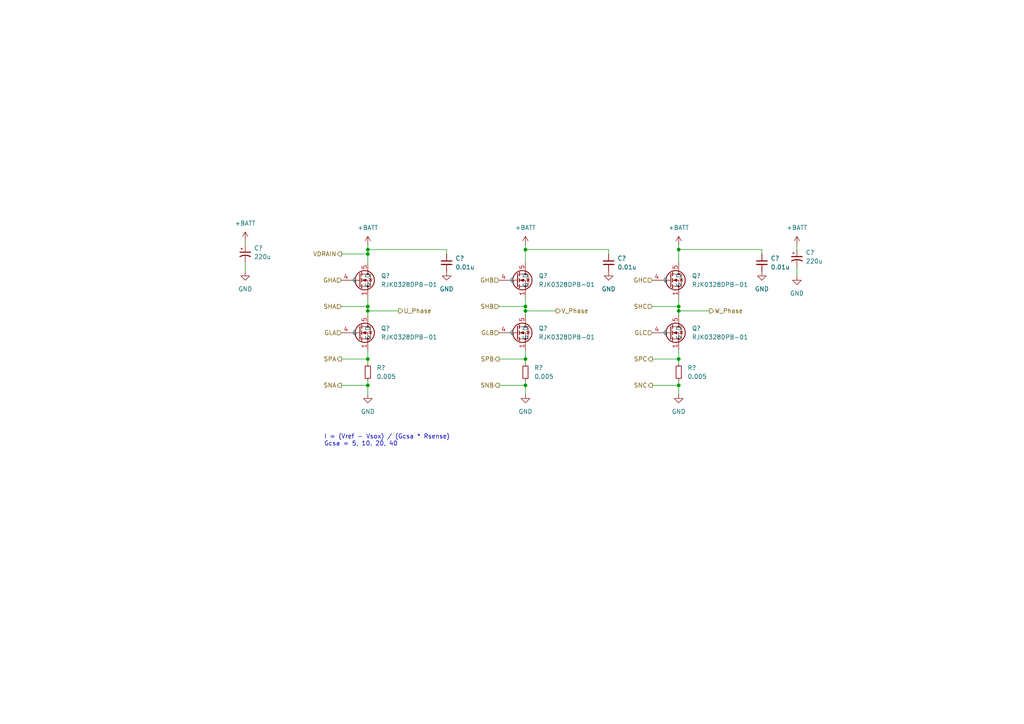
<source format=kicad_sch>
(kicad_sch (version 20211123) (generator eeschema)
  (paper "A4")
  (lib_symbols
    (symbol "Device:C_Polarized_Small_US" (pin_numbers hide) (pin_names (offset 0.254) hide)
      (property "Reference" "C" (at 0.254 1.778 0))
      (property "Value" "C_Polarized_Small_US" (at 0.254 -2.032 0))
      (symbol "C_Polarized_Small_US_0_1"
        (polyline (pts (xy -1.524 0.508) (xy 1.524 0.508)) (stroke (width 0.3048)))
        (polyline (pts (xy -1.27 1.524) (xy -0.762 1.524)))
        (polyline (pts (xy -1.016 1.27) (xy -1.016 1.778)))
        (arc (start 1.524 -0.762) (mid 0 -0.3734) (end -1.524 -0.762) (stroke (width 0.3048)))
      )
      (symbol "C_Polarized_Small_US_1_1"
        (pin passive line (at 0 2.54 270) (length 2.032) (name "~") (number "1"))
        (pin passive line (at 0 -2.54 90) (length 2.032) (name "~") (number "2"))
      )
    )
    (symbol "Device:C_Small" (pin_numbers hide) (pin_names (offset 0.254) hide)
      (property "Reference" "C" (at 0.254 1.778 0))
      (property "Value" "C_Small" (at 0.254 -2.032 0))
      (symbol "C_Small_0_1"
        (polyline (pts (xy -1.524 -0.508) (xy 1.524 -0.508)) (stroke (width 0.3302)))
        (polyline (pts (xy -1.524 0.508) (xy 1.524 0.508)) (stroke (width 0.3048)))
      )
      (symbol "C_Small_1_1"
        (pin passive line (at 0 2.54 270) (length 2.032) (name "~") (number "1"))
        (pin passive line (at 0 -2.54 90) (length 2.032) (name "~") (number "2"))
      )
    )
    (symbol "Device:R_Small" (pin_numbers hide) (pin_names (offset 0.254) hide)
      (property "Reference" "R" (at 0.762 0.508 0))
      (property "Value" "R_Small" (at 0.762 -1.016 0))
      (symbol "R_Small_0_1"
        (rectangle (start -0.762 1.778) (end 0.762 -1.778) (stroke (width 0.2032)))
      )
      (symbol "R_Small_1_1"
        (pin passive line (at 0 2.54 270) (length 0.762) (name "~") (number "1"))
        (pin passive line (at 0 -2.54 90) (length 0.762) (name "~") (number "2"))
      )
    )
    (symbol "bldc_lib:RJK0328DPB-01"
      (property "Reference" "Q" (at 7.62 2.54 0))
      (property "Value" "RJK0328DPB-01" (at 7.62 0 0))
      (symbol "RJK0328DPB-01_0_1"
        (circle (center -4.699 0) (radius 2.794) (stroke (width 0.254)))
        (circle (center -3.81 -1.778) (radius 0.254) (fill (type outline)))
        (circle (center -3.81 1.778) (radius 0.254) (fill (type outline)))
        (polyline (pts (xy -6.096 0) (xy -8.89 0)))
        (polyline (pts (xy -6.096 1.905) (xy -6.096 -1.905)) (stroke (width 0.254)))
        (polyline (pts (xy -5.588 -1.27) (xy -5.588 -2.286)) (stroke (width 0.254)))
        (polyline (pts (xy -5.588 0.508) (xy -5.588 -0.508)) (stroke (width 0.254)))
        (polyline (pts (xy -5.588 2.286) (xy -5.588 1.27)) (stroke (width 0.254)))
        (polyline (pts (xy -3.81 2.54) (xy -3.81 1.778)))
        (polyline (pts (xy -3.81 -2.54) (xy -3.81 0) (xy -5.588 0)))
        (polyline (pts (xy -5.588 -1.778) (xy -3.048 -1.778) (xy -3.048 1.778) (xy -5.588 1.778)))
        (polyline (pts (xy -5.334 0) (xy -4.318 0.381) (xy -4.318 -0.381) (xy -5.334 0)) (fill (type outline)))
        (polyline (pts (xy -3.556 0.508) (xy -3.429 0.381) (xy -2.667 0.381) (xy -2.54 0.254)))
        (polyline (pts (xy -3.048 0.381) (xy -3.429 -0.254) (xy -2.667 -0.254) (xy -3.048 0.381)))
      )
      (symbol "RJK0328DPB-01_1_1"
        (pin passive line (at -3.81 -5.08 90) (length 2.54) (name "S") (number "1"))
        (pin passive line (at -3.81 -5.08 90) (length 2.54) hide (name "S") (number "2"))
        (pin passive line (at -3.81 -5.08 90) (length 2.54) hide (name "S") (number "3"))
        (pin passive line (at -11.43 0 0) (length 2.54) (name "G") (number "4"))
        (pin passive line (at -3.81 5.08 270) (length 2.54) (name "D") (number "5"))
      )
    )
    (symbol "power:+BATT" (power) (pin_names (offset 0))
      (property "Value" "+BATT" (at 0 3.556 0))
      (symbol "+BATT_0_1"
        (polyline (pts (xy -0.762 1.27) (xy 0 2.54)))
        (polyline (pts (xy 0 0) (xy 0 2.54)))
        (polyline (pts (xy 0 2.54) (xy 0.762 1.27)))
      )
      (symbol "+BATT_1_1"
        (pin power_in line (at 0 0 90) (length 0) hide (name "+BATT") (number "1"))
      )
    )
    (symbol "power:GND" (power) (pin_names (offset 0))
      (property "Value" "GND" (at 0 -3.81 0))
      (symbol "GND_0_1"
        (polyline (pts (xy 0 0) (xy 0 -1.27) (xy 1.27 -1.27) (xy 0 -2.54) (xy -1.27 -1.27) (xy 0 -1.27)))
      )
      (symbol "GND_1_1"
        (pin power_in line (at 0 0 270) (length 0) hide (name "GND") (number "1"))
      )
    )
  )
  (junction (at 196.85 104.14))
  (junction (at 106.68 111.76))
  (junction (at 106.68 72.39))
  (junction (at 152.4 72.39))
  (junction (at 106.68 90.17))
  (junction (at 196.85 90.17))
  (junction (at 196.85 88.9))
  (junction (at 196.85 111.76))
  (junction (at 106.68 88.9))
  (junction (at 106.68 104.14))
  (junction (at 152.4 111.76))
  (junction (at 152.4 88.9))
  (junction (at 106.68 73.66))
  (junction (at 196.85 72.39))
  (junction (at 152.4 104.14))
  (junction (at 152.4 90.17))
  (wire (pts (xy 196.85 71.12) (xy 196.85 72.39)))
  (wire (pts (xy 196.85 90.17) (xy 205.74 90.17)))
  (wire (pts (xy 152.4 90.17) (xy 152.4 91.44)))
  (wire (pts (xy 106.68 72.39) (xy 106.68 73.66)))
  (wire (pts (xy 152.4 90.17) (xy 161.29 90.17)))
  (wire (pts (xy 106.68 71.12) (xy 106.68 72.39)))
  (wire (pts (xy 189.23 104.14) (xy 196.85 104.14)))
  (wire (pts (xy 196.85 72.39) (xy 220.98 72.39)))
  (wire (pts (xy 106.68 90.17) (xy 106.68 91.44)))
  (wire (pts (xy 152.4 110.49) (xy 152.4 111.76)))
  (wire (pts (xy 196.85 72.39) (xy 196.85 76.2)))
  (wire (pts (xy 152.4 101.6) (xy 152.4 104.14)))
  (wire (pts (xy 196.85 86.36) (xy 196.85 88.9)))
  (wire (pts (xy 231.14 71.12) (xy 231.14 72.39)))
  (wire (pts (xy 152.4 72.39) (xy 152.4 76.2)))
  (wire (pts (xy 231.14 77.47) (xy 231.14 80.01)))
  (wire (pts (xy 152.4 86.36) (xy 152.4 88.9)))
  (wire (pts (xy 196.85 101.6) (xy 196.85 104.14)))
  (wire (pts (xy 106.68 111.76) (xy 106.68 114.3)))
  (wire (pts (xy 144.78 111.76) (xy 152.4 111.76)))
  (wire (pts (xy 99.06 104.14) (xy 106.68 104.14)))
  (wire (pts (xy 152.4 72.39) (xy 176.53 72.39)))
  (wire (pts (xy 152.4 88.9) (xy 152.4 90.17)))
  (wire (pts (xy 106.68 90.17) (xy 115.57 90.17)))
  (wire (pts (xy 144.78 104.14) (xy 152.4 104.14)))
  (wire (pts (xy 196.85 88.9) (xy 196.85 90.17)))
  (wire (pts (xy 106.68 101.6) (xy 106.68 104.14)))
  (wire (pts (xy 176.53 73.66) (xy 176.53 72.39)))
  (wire (pts (xy 106.68 104.14) (xy 106.68 105.41)))
  (wire (pts (xy 106.68 72.39) (xy 129.54 72.39)))
  (wire (pts (xy 189.23 111.76) (xy 196.85 111.76)))
  (wire (pts (xy 99.06 111.76) (xy 106.68 111.76)))
  (wire (pts (xy 196.85 111.76) (xy 196.85 114.3)))
  (wire (pts (xy 106.68 73.66) (xy 106.68 76.2)))
  (wire (pts (xy 129.54 73.66) (xy 129.54 72.39)))
  (wire (pts (xy 106.68 86.36) (xy 106.68 88.9)))
  (wire (pts (xy 71.12 69.85) (xy 71.12 71.12)))
  (wire (pts (xy 99.06 88.9) (xy 106.68 88.9)))
  (wire (pts (xy 189.23 88.9) (xy 196.85 88.9)))
  (wire (pts (xy 152.4 104.14) (xy 152.4 105.41)))
  (wire (pts (xy 196.85 104.14) (xy 196.85 105.41)))
  (wire (pts (xy 152.4 111.76) (xy 152.4 114.3)))
  (wire (pts (xy 106.68 88.9) (xy 106.68 90.17)))
  (wire (pts (xy 196.85 90.17) (xy 196.85 91.44)))
  (wire (pts (xy 99.06 73.66) (xy 106.68 73.66)))
  (wire (pts (xy 71.12 76.2) (xy 71.12 78.74)))
  (wire (pts (xy 106.68 110.49) (xy 106.68 111.76)))
  (wire (pts (xy 196.85 110.49) (xy 196.85 111.76)))
  (wire (pts (xy 220.98 73.66) (xy 220.98 72.39)))
  (wire (pts (xy 152.4 71.12) (xy 152.4 72.39)))
  (wire (pts (xy 144.78 88.9) (xy 152.4 88.9)))
  (text "I = (Vref - Vsox) / (Gcsa * Rsense)\nGcsa = 5, 10, 20, 40" (at 93.98 129.54 0) (effects (font (size 1.27 1.27)) (justify left bottom)))
  (hierarchical_label "SPB" (shape output) (at 144.78 104.14 180))
  (hierarchical_label "GHB" (shape input) (at 144.78 81.28 180))
  (hierarchical_label "SNC" (shape output) (at 189.23 111.76 180))
  (hierarchical_label "GLB" (shape input) (at 144.78 96.52 180))
  (hierarchical_label "GLC" (shape input) (at 189.23 96.52 180))
  (hierarchical_label "W_Phase" (shape output) (at 205.74 90.17 0))
  (hierarchical_label "SPC" (shape output) (at 189.23 104.14 180))
  (hierarchical_label "VDRAIN" (shape output) (at 99.06 73.66 180))
  (hierarchical_label "GHC" (shape input) (at 189.23 81.28 180))
  (hierarchical_label "SPA" (shape output) (at 99.06 104.14 180))
  (hierarchical_label "SHB" (shape input) (at 144.78 88.9 180))
  (hierarchical_label "GLA" (shape input) (at 99.06 96.52 180))
  (hierarchical_label "V_Phase" (shape output) (at 161.29 90.17 0))
  (hierarchical_label "SNB" (shape output) (at 144.78 111.76 180))
  (hierarchical_label "SHC" (shape input) (at 189.23 88.9 180))
  (hierarchical_label "SNA" (shape output) (at 99.06 111.76 180))
  (hierarchical_label "SHA" (shape input) (at 99.06 88.9 180))
  (hierarchical_label "U_Phase" (shape output) (at 115.57 90.17 0))
  (hierarchical_label "GHA" (shape input) (at 99.06 81.28 180))
  (symbol (lib_id "bldc_lib:RJK0328DPB-01") (at 110.49 81.28 0) (unit 1)
    (property "Reference" "Q?" (at 110.49 80.0099 0) (effects (justify left)))
    (property "Value" "RJK0328DPB-01" (at 110.49 82.5499 0) (effects (justify left)))
    (property "Footprint" "Package_TO_SOT_SMD:LFPAK56" (effects hide))
  )
  (symbol (lib_id "bldc_lib:RJK0328DPB-01") (at 156.21 96.52 0) (unit 1)
    (property "Reference" "Q?" (at 156.21 95.2499 0) (effects (justify left)))
    (property "Value" "RJK0328DPB-01" (at 156.21 97.7899 0) (effects (justify left)))
    (property "Footprint" "Package_TO_SOT_SMD:LFPAK56" (effects hide))
  )
  (symbol (lib_id "power:+BATT") (at 231.14 71.12 0) (unit 1)
    (property "Reference" "#PWR?" (effects hide))
    (property "Value" "+BATT" (at 231.14 66.04 0))
  )
  (symbol (lib_id "power:+BATT") (at 106.68 71.12 0) (unit 1)
    (property "Reference" "#PWR?" (effects hide))
    (property "Value" "+BATT" (at 106.68 66.04 0))
  )
  (symbol (lib_id "Device:R_Small") (at 196.85 107.95 0) (unit 1)
    (property "Reference" "R?" (at 199.39 106.6799 0) (effects (justify left)))
    (property "Value" "0.005" (at 199.39 109.2199 0) (effects (justify left)))
    (property "Footprint" "Resistor_SMD:R_2010_5025Metric_Pad1.40x2.65mm_HandSolder" (effects hide))
  )
  (symbol (lib_id "Device:C_Polarized_Small_US") (at 231.14 74.93 0) (unit 1)
    (property "Reference" "C?" (at 233.68 73.2281 0) (effects (justify left)))
    (property "Value" "220u" (at 233.68 75.7681 0) (effects (justify left)))
    (property "Footprint" "Capacitor_THT:CP_Radial_Tantal_D6.0mm_P2.50mm" (effects hide))
  )
  (symbol (lib_id "power:+BATT") (at 71.12 69.85 0) (unit 1)
    (property "Reference" "#PWR?" (effects hide))
    (property "Value" "+BATT" (at 71.12 64.77 0))
  )
  (symbol (lib_id "power:GND") (at 71.12 78.74 0) (unit 1)
    (property "Reference" "#PWR?" (effects hide))
    (property "Value" "GND" (at 71.12 83.82 0))
  )
  (symbol (lib_id "Device:R_Small") (at 106.68 107.95 0) (unit 1)
    (property "Reference" "R?" (at 109.22 106.6799 0) (effects (justify left)))
    (property "Value" "0.005" (at 109.22 109.2199 0) (effects (justify left)))
    (property "Footprint" "Resistor_SMD:R_2010_5025Metric_Pad1.40x2.65mm_HandSolder" (effects hide))
  )
  (symbol (lib_id "power:GND") (at 231.14 80.01 0) (unit 1)
    (property "Reference" "#PWR?" (effects hide))
    (property "Value" "GND" (at 231.14 85.09 0))
  )
  (symbol (lib_id "power:GND") (at 129.54 78.74 0) (unit 1)
    (property "Reference" "#PWR?" (effects hide))
    (property "Value" "GND" (at 129.54 83.82 0))
  )
  (symbol (lib_id "bldc_lib:RJK0328DPB-01") (at 200.66 96.52 0) (unit 1)
    (property "Reference" "Q?" (at 200.66 95.2499 0) (effects (justify left)))
    (property "Value" "RJK0328DPB-01" (at 200.66 97.7899 0) (effects (justify left)))
    (property "Footprint" "Package_TO_SOT_SMD:LFPAK56" (effects hide))
  )
  (symbol (lib_id "bldc_lib:RJK0328DPB-01") (at 110.49 96.52 0) (unit 1)
    (property "Reference" "Q?" (at 110.49 95.2499 0) (effects (justify left)))
    (property "Value" "RJK0328DPB-01" (at 110.49 97.7899 0) (effects (justify left)))
    (property "Footprint" "Package_TO_SOT_SMD:LFPAK56" (effects hide))
  )
  (symbol (lib_id "Device:R_Small") (at 152.4 107.95 0) (unit 1)
    (property "Reference" "R?" (at 154.94 106.6799 0) (effects (justify left)))
    (property "Value" "0.005" (at 154.94 109.2199 0) (effects (justify left)))
    (property "Footprint" "Resistor_SMD:R_2010_5025Metric_Pad1.40x2.65mm_HandSolder" (effects hide))
  )
  (symbol (lib_id "power:GND") (at 106.68 114.3 0) (unit 1)
    (property "Reference" "#PWR?" (effects hide))
    (property "Value" "GND" (at 106.68 119.38 0))
  )
  (symbol (lib_id "Device:C_Small") (at 129.54 76.2 0) (unit 1)
    (property "Reference" "C?" (at 132.08 74.9362 0) (effects (justify left)))
    (property "Value" "0.01u" (at 132.08 77.4762 0) (effects (justify left)))
    (property "Footprint" "Capacitor_SMD:C_0603_1608Metric_Pad1.08x0.95mm_HandSolder" (effects hide))
  )
  (symbol (lib_id "power:GND") (at 196.85 114.3 0) (unit 1)
    (property "Reference" "#PWR?" (effects hide))
    (property "Value" "GND" (at 196.85 119.38 0))
  )
  (symbol (lib_id "Device:C_Polarized_Small_US") (at 71.12 73.66 0) (unit 1)
    (property "Reference" "C?" (at 73.66 71.9581 0) (effects (justify left)))
    (property "Value" "220u" (at 73.66 74.4981 0) (effects (justify left)))
    (property "Footprint" "Capacitor_THT:CP_Radial_Tantal_D6.0mm_P2.50mm" (effects hide))
  )
  (symbol (lib_id "power:+BATT") (at 152.4 71.12 0) (unit 1)
    (property "Reference" "#PWR?" (effects hide))
    (property "Value" "+BATT" (at 152.4 66.04 0))
  )
  (symbol (lib_id "bldc_lib:RJK0328DPB-01") (at 200.66 81.28 0) (unit 1)
    (property "Reference" "Q?" (at 200.66 80.0099 0) (effects (justify left)))
    (property "Value" "RJK0328DPB-01" (at 200.66 82.5499 0) (effects (justify left)))
    (property "Footprint" "Package_TO_SOT_SMD:LFPAK56" (effects hide))
  )
  (symbol (lib_id "power:GND") (at 176.53 78.74 0) (unit 1)
    (property "Reference" "#PWR?" (effects hide))
    (property "Value" "GND" (at 176.53 83.82 0))
  )
  (symbol (lib_id "bldc_lib:RJK0328DPB-01") (at 156.21 81.28 0) (unit 1)
    (property "Reference" "Q?" (at 156.21 80.0099 0) (effects (justify left)))
    (property "Value" "RJK0328DPB-01" (at 156.21 82.5499 0) (effects (justify left)))
    (property "Footprint" "Package_TO_SOT_SMD:LFPAK56" (effects hide))
  )
  (symbol (lib_id "power:GND") (at 152.4 114.3 0) (unit 1)
    (property "Reference" "#PWR?" (effects hide))
    (property "Value" "GND" (at 152.4 119.38 0))
  )
  (symbol (lib_id "Device:C_Small") (at 176.53 76.2 0) (unit 1)
    (property "Reference" "C?" (at 179.07 74.9362 0) (effects (justify left)))
    (property "Value" "0.01u" (at 179.07 77.4762 0) (effects (justify left)))
    (property "Footprint" "Capacitor_SMD:C_0603_1608Metric_Pad1.08x0.95mm_HandSolder" (effects hide))
  )
  (symbol (lib_id "power:+BATT") (at 196.85 71.12 0) (unit 1)
    (property "Reference" "#PWR?" (effects hide))
    (property "Value" "+BATT" (at 196.85 66.04 0))
  )
  (symbol (lib_id "power:GND") (at 220.98 78.74 0) (unit 1)
    (property "Reference" "#PWR?" (effects hide))
    (property "Value" "GND" (at 220.98 83.82 0))
  )
  (symbol (lib_id "Device:C_Small") (at 220.98 76.2 0) (unit 1)
    (property "Reference" "C?" (at 223.52 74.9362 0) (effects (justify left)))
    (property "Value" "0.01u" (at 223.52 77.4762 0) (effects (justify left)))
    (property "Footprint" "Capacitor_SMD:C_0603_1608Metric_Pad1.08x0.95mm_HandSolder" (effects hide))
  )
)
</source>
